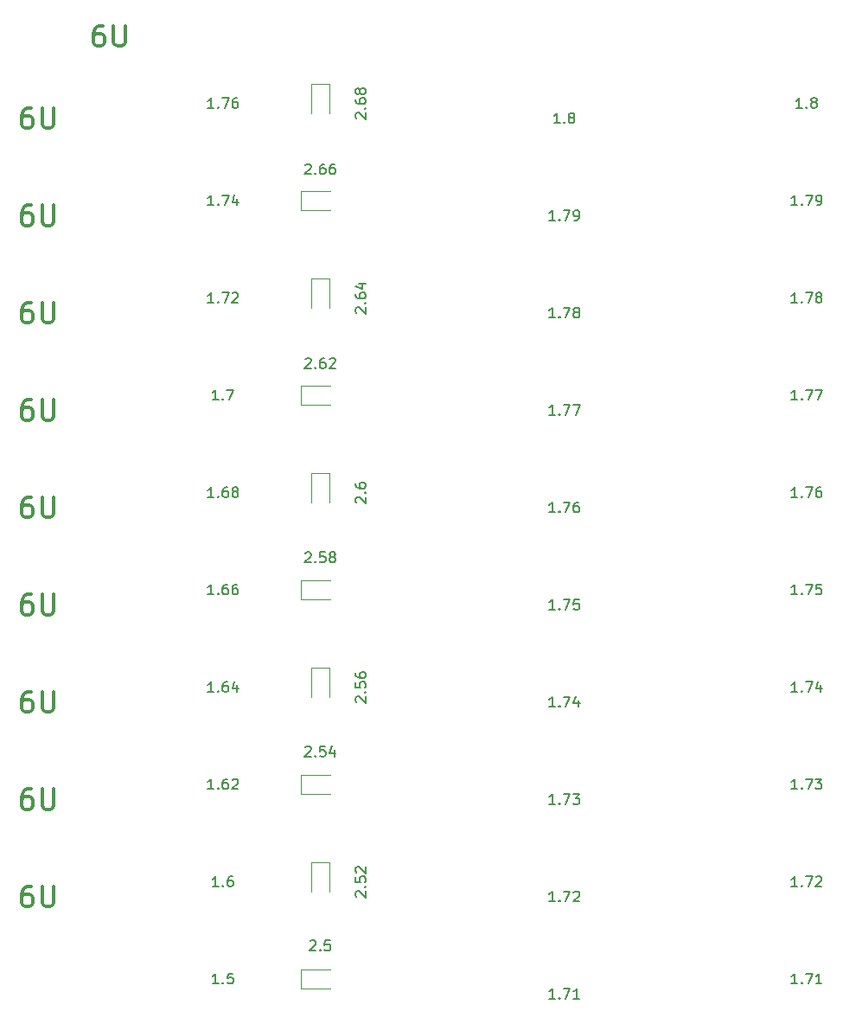
<source format=gbr>
G04 #@! TF.GenerationSoftware,KiCad,Pcbnew,(5.1.4)-1*
G04 #@! TF.CreationDate,2019-09-06T01:52:25-07:00*
G04 #@! TF.ProjectId,testing footprints,74657374-696e-4672-9066-6f6f74707269,rev?*
G04 #@! TF.SameCoordinates,Original*
G04 #@! TF.FileFunction,Legend,Top*
G04 #@! TF.FilePolarity,Positive*
%FSLAX46Y46*%
G04 Gerber Fmt 4.6, Leading zero omitted, Abs format (unit mm)*
G04 Created by KiCad (PCBNEW (5.1.4)-1) date 2019-09-06 01:52:25*
%MOMM*%
%LPD*%
G04 APERTURE LIST*
%ADD10C,0.150000*%
%ADD11C,0.120000*%
%ADD12C,0.300000*%
G04 APERTURE END LIST*
D10*
X70620238Y-59077380D02*
X70048809Y-59077380D01*
X70334523Y-59077380D02*
X70334523Y-58077380D01*
X70239285Y-58220238D01*
X70144047Y-58315476D01*
X70048809Y-58363095D01*
X71048809Y-58982142D02*
X71096428Y-59029761D01*
X71048809Y-59077380D01*
X71001190Y-59029761D01*
X71048809Y-58982142D01*
X71048809Y-59077380D01*
X71429761Y-58077380D02*
X72096428Y-58077380D01*
X71667857Y-59077380D01*
X72953571Y-58077380D02*
X72477380Y-58077380D01*
X72429761Y-58553571D01*
X72477380Y-58505952D01*
X72572619Y-58458333D01*
X72810714Y-58458333D01*
X72905952Y-58505952D01*
X72953571Y-58553571D01*
X73001190Y-58648809D01*
X73001190Y-58886904D01*
X72953571Y-58982142D01*
X72905952Y-59029761D01*
X72810714Y-59077380D01*
X72572619Y-59077380D01*
X72477380Y-59029761D01*
X72429761Y-58982142D01*
X70620238Y-40027380D02*
X70048809Y-40027380D01*
X70334523Y-40027380D02*
X70334523Y-39027380D01*
X70239285Y-39170238D01*
X70144047Y-39265476D01*
X70048809Y-39313095D01*
X71048809Y-39932142D02*
X71096428Y-39979761D01*
X71048809Y-40027380D01*
X71001190Y-39979761D01*
X71048809Y-39932142D01*
X71048809Y-40027380D01*
X71429761Y-39027380D02*
X72096428Y-39027380D01*
X71667857Y-40027380D01*
X72382142Y-39027380D02*
X73048809Y-39027380D01*
X72620238Y-40027380D01*
X70620238Y-20977380D02*
X70048809Y-20977380D01*
X70334523Y-20977380D02*
X70334523Y-19977380D01*
X70239285Y-20120238D01*
X70144047Y-20215476D01*
X70048809Y-20263095D01*
X71048809Y-20882142D02*
X71096428Y-20929761D01*
X71048809Y-20977380D01*
X71001190Y-20929761D01*
X71048809Y-20882142D01*
X71048809Y-20977380D01*
X71429761Y-19977380D02*
X72096428Y-19977380D01*
X71667857Y-20977380D01*
X72525000Y-20977380D02*
X72715476Y-20977380D01*
X72810714Y-20929761D01*
X72858333Y-20882142D01*
X72953571Y-20739285D01*
X73001190Y-20548809D01*
X73001190Y-20167857D01*
X72953571Y-20072619D01*
X72905952Y-20025000D01*
X72810714Y-19977380D01*
X72620238Y-19977380D01*
X72525000Y-20025000D01*
X72477380Y-20072619D01*
X72429761Y-20167857D01*
X72429761Y-20405952D01*
X72477380Y-20501190D01*
X72525000Y-20548809D01*
X72620238Y-20596428D01*
X72810714Y-20596428D01*
X72905952Y-20548809D01*
X72953571Y-20501190D01*
X73001190Y-20405952D01*
X70620238Y-30502380D02*
X70048809Y-30502380D01*
X70334523Y-30502380D02*
X70334523Y-29502380D01*
X70239285Y-29645238D01*
X70144047Y-29740476D01*
X70048809Y-29788095D01*
X71048809Y-30407142D02*
X71096428Y-30454761D01*
X71048809Y-30502380D01*
X71001190Y-30454761D01*
X71048809Y-30407142D01*
X71048809Y-30502380D01*
X71429761Y-29502380D02*
X72096428Y-29502380D01*
X71667857Y-30502380D01*
X72620238Y-29930952D02*
X72525000Y-29883333D01*
X72477380Y-29835714D01*
X72429761Y-29740476D01*
X72429761Y-29692857D01*
X72477380Y-29597619D01*
X72525000Y-29550000D01*
X72620238Y-29502380D01*
X72810714Y-29502380D01*
X72905952Y-29550000D01*
X72953571Y-29597619D01*
X73001190Y-29692857D01*
X73001190Y-29740476D01*
X72953571Y-29835714D01*
X72905952Y-29883333D01*
X72810714Y-29930952D01*
X72620238Y-29930952D01*
X72525000Y-29978571D01*
X72477380Y-30026190D01*
X72429761Y-30121428D01*
X72429761Y-30311904D01*
X72477380Y-30407142D01*
X72525000Y-30454761D01*
X72620238Y-30502380D01*
X72810714Y-30502380D01*
X72905952Y-30454761D01*
X72953571Y-30407142D01*
X73001190Y-30311904D01*
X73001190Y-30121428D01*
X72953571Y-30026190D01*
X72905952Y-29978571D01*
X72810714Y-29930952D01*
X70620238Y-87652380D02*
X70048809Y-87652380D01*
X70334523Y-87652380D02*
X70334523Y-86652380D01*
X70239285Y-86795238D01*
X70144047Y-86890476D01*
X70048809Y-86938095D01*
X71048809Y-87557142D02*
X71096428Y-87604761D01*
X71048809Y-87652380D01*
X71001190Y-87604761D01*
X71048809Y-87557142D01*
X71048809Y-87652380D01*
X71429761Y-86652380D02*
X72096428Y-86652380D01*
X71667857Y-87652380D01*
X72429761Y-86747619D02*
X72477380Y-86700000D01*
X72572619Y-86652380D01*
X72810714Y-86652380D01*
X72905952Y-86700000D01*
X72953571Y-86747619D01*
X73001190Y-86842857D01*
X73001190Y-86938095D01*
X72953571Y-87080952D01*
X72382142Y-87652380D01*
X73001190Y-87652380D01*
X70620238Y-68602380D02*
X70048809Y-68602380D01*
X70334523Y-68602380D02*
X70334523Y-67602380D01*
X70239285Y-67745238D01*
X70144047Y-67840476D01*
X70048809Y-67888095D01*
X71048809Y-68507142D02*
X71096428Y-68554761D01*
X71048809Y-68602380D01*
X71001190Y-68554761D01*
X71048809Y-68507142D01*
X71048809Y-68602380D01*
X71429761Y-67602380D02*
X72096428Y-67602380D01*
X71667857Y-68602380D01*
X72905952Y-67935714D02*
X72905952Y-68602380D01*
X72667857Y-67554761D02*
X72429761Y-68269047D01*
X73048809Y-68269047D01*
X70620238Y-49552380D02*
X70048809Y-49552380D01*
X70334523Y-49552380D02*
X70334523Y-48552380D01*
X70239285Y-48695238D01*
X70144047Y-48790476D01*
X70048809Y-48838095D01*
X71048809Y-49457142D02*
X71096428Y-49504761D01*
X71048809Y-49552380D01*
X71001190Y-49504761D01*
X71048809Y-49457142D01*
X71048809Y-49552380D01*
X71429761Y-48552380D02*
X72096428Y-48552380D01*
X71667857Y-49552380D01*
X72905952Y-48552380D02*
X72715476Y-48552380D01*
X72620238Y-48600000D01*
X72572619Y-48647619D01*
X72477380Y-48790476D01*
X72429761Y-48980952D01*
X72429761Y-49361904D01*
X72477380Y-49457142D01*
X72525000Y-49504761D01*
X72620238Y-49552380D01*
X72810714Y-49552380D01*
X72905952Y-49504761D01*
X72953571Y-49457142D01*
X73001190Y-49361904D01*
X73001190Y-49123809D01*
X72953571Y-49028571D01*
X72905952Y-48980952D01*
X72810714Y-48933333D01*
X72620238Y-48933333D01*
X72525000Y-48980952D01*
X72477380Y-49028571D01*
X72429761Y-49123809D01*
X71096428Y-11452380D02*
X70525000Y-11452380D01*
X70810714Y-11452380D02*
X70810714Y-10452380D01*
X70715476Y-10595238D01*
X70620238Y-10690476D01*
X70525000Y-10738095D01*
X71525000Y-11357142D02*
X71572619Y-11404761D01*
X71525000Y-11452380D01*
X71477380Y-11404761D01*
X71525000Y-11357142D01*
X71525000Y-11452380D01*
X72144047Y-10880952D02*
X72048809Y-10833333D01*
X72001190Y-10785714D01*
X71953571Y-10690476D01*
X71953571Y-10642857D01*
X72001190Y-10547619D01*
X72048809Y-10500000D01*
X72144047Y-10452380D01*
X72334523Y-10452380D01*
X72429761Y-10500000D01*
X72477380Y-10547619D01*
X72525000Y-10642857D01*
X72525000Y-10690476D01*
X72477380Y-10785714D01*
X72429761Y-10833333D01*
X72334523Y-10880952D01*
X72144047Y-10880952D01*
X72048809Y-10928571D01*
X72001190Y-10976190D01*
X71953571Y-11071428D01*
X71953571Y-11261904D01*
X72001190Y-11357142D01*
X72048809Y-11404761D01*
X72144047Y-11452380D01*
X72334523Y-11452380D01*
X72429761Y-11404761D01*
X72477380Y-11357142D01*
X72525000Y-11261904D01*
X72525000Y-11071428D01*
X72477380Y-10976190D01*
X72429761Y-10928571D01*
X72334523Y-10880952D01*
X70620238Y-78127380D02*
X70048809Y-78127380D01*
X70334523Y-78127380D02*
X70334523Y-77127380D01*
X70239285Y-77270238D01*
X70144047Y-77365476D01*
X70048809Y-77413095D01*
X71048809Y-78032142D02*
X71096428Y-78079761D01*
X71048809Y-78127380D01*
X71001190Y-78079761D01*
X71048809Y-78032142D01*
X71048809Y-78127380D01*
X71429761Y-77127380D02*
X72096428Y-77127380D01*
X71667857Y-78127380D01*
X72382142Y-77127380D02*
X73001190Y-77127380D01*
X72667857Y-77508333D01*
X72810714Y-77508333D01*
X72905952Y-77555952D01*
X72953571Y-77603571D01*
X73001190Y-77698809D01*
X73001190Y-77936904D01*
X72953571Y-78032142D01*
X72905952Y-78079761D01*
X72810714Y-78127380D01*
X72525000Y-78127380D01*
X72429761Y-78079761D01*
X72382142Y-78032142D01*
X70620238Y-97177380D02*
X70048809Y-97177380D01*
X70334523Y-97177380D02*
X70334523Y-96177380D01*
X70239285Y-96320238D01*
X70144047Y-96415476D01*
X70048809Y-96463095D01*
X71048809Y-97082142D02*
X71096428Y-97129761D01*
X71048809Y-97177380D01*
X71001190Y-97129761D01*
X71048809Y-97082142D01*
X71048809Y-97177380D01*
X71429761Y-96177380D02*
X72096428Y-96177380D01*
X71667857Y-97177380D01*
X73001190Y-97177380D02*
X72429761Y-97177380D01*
X72715476Y-97177380D02*
X72715476Y-96177380D01*
X72620238Y-96320238D01*
X72525000Y-96415476D01*
X72429761Y-96463095D01*
X94345238Y-95702380D02*
X93773809Y-95702380D01*
X94059523Y-95702380D02*
X94059523Y-94702380D01*
X93964285Y-94845238D01*
X93869047Y-94940476D01*
X93773809Y-94988095D01*
X94773809Y-95607142D02*
X94821428Y-95654761D01*
X94773809Y-95702380D01*
X94726190Y-95654761D01*
X94773809Y-95607142D01*
X94773809Y-95702380D01*
X95154761Y-94702380D02*
X95821428Y-94702380D01*
X95392857Y-95702380D01*
X96726190Y-95702380D02*
X96154761Y-95702380D01*
X96440476Y-95702380D02*
X96440476Y-94702380D01*
X96345238Y-94845238D01*
X96250000Y-94940476D01*
X96154761Y-94988095D01*
X94345238Y-76652380D02*
X93773809Y-76652380D01*
X94059523Y-76652380D02*
X94059523Y-75652380D01*
X93964285Y-75795238D01*
X93869047Y-75890476D01*
X93773809Y-75938095D01*
X94773809Y-76557142D02*
X94821428Y-76604761D01*
X94773809Y-76652380D01*
X94726190Y-76604761D01*
X94773809Y-76557142D01*
X94773809Y-76652380D01*
X95154761Y-75652380D02*
X95821428Y-75652380D01*
X95392857Y-76652380D01*
X96107142Y-75652380D02*
X96726190Y-75652380D01*
X96392857Y-76033333D01*
X96535714Y-76033333D01*
X96630952Y-76080952D01*
X96678571Y-76128571D01*
X96726190Y-76223809D01*
X96726190Y-76461904D01*
X96678571Y-76557142D01*
X96630952Y-76604761D01*
X96535714Y-76652380D01*
X96250000Y-76652380D01*
X96154761Y-76604761D01*
X96107142Y-76557142D01*
X94345238Y-57602380D02*
X93773809Y-57602380D01*
X94059523Y-57602380D02*
X94059523Y-56602380D01*
X93964285Y-56745238D01*
X93869047Y-56840476D01*
X93773809Y-56888095D01*
X94773809Y-57507142D02*
X94821428Y-57554761D01*
X94773809Y-57602380D01*
X94726190Y-57554761D01*
X94773809Y-57507142D01*
X94773809Y-57602380D01*
X95154761Y-56602380D02*
X95821428Y-56602380D01*
X95392857Y-57602380D01*
X96678571Y-56602380D02*
X96202380Y-56602380D01*
X96154761Y-57078571D01*
X96202380Y-57030952D01*
X96297619Y-56983333D01*
X96535714Y-56983333D01*
X96630952Y-57030952D01*
X96678571Y-57078571D01*
X96726190Y-57173809D01*
X96726190Y-57411904D01*
X96678571Y-57507142D01*
X96630952Y-57554761D01*
X96535714Y-57602380D01*
X96297619Y-57602380D01*
X96202380Y-57554761D01*
X96154761Y-57507142D01*
X94345238Y-38552380D02*
X93773809Y-38552380D01*
X94059523Y-38552380D02*
X94059523Y-37552380D01*
X93964285Y-37695238D01*
X93869047Y-37790476D01*
X93773809Y-37838095D01*
X94773809Y-38457142D02*
X94821428Y-38504761D01*
X94773809Y-38552380D01*
X94726190Y-38504761D01*
X94773809Y-38457142D01*
X94773809Y-38552380D01*
X95154761Y-37552380D02*
X95821428Y-37552380D01*
X95392857Y-38552380D01*
X96107142Y-37552380D02*
X96773809Y-37552380D01*
X96345238Y-38552380D01*
X94345238Y-19502380D02*
X93773809Y-19502380D01*
X94059523Y-19502380D02*
X94059523Y-18502380D01*
X93964285Y-18645238D01*
X93869047Y-18740476D01*
X93773809Y-18788095D01*
X94773809Y-19407142D02*
X94821428Y-19454761D01*
X94773809Y-19502380D01*
X94726190Y-19454761D01*
X94773809Y-19407142D01*
X94773809Y-19502380D01*
X95154761Y-18502380D02*
X95821428Y-18502380D01*
X95392857Y-19502380D01*
X96250000Y-19502380D02*
X96440476Y-19502380D01*
X96535714Y-19454761D01*
X96583333Y-19407142D01*
X96678571Y-19264285D01*
X96726190Y-19073809D01*
X96726190Y-18692857D01*
X96678571Y-18597619D01*
X96630952Y-18550000D01*
X96535714Y-18502380D01*
X96345238Y-18502380D01*
X96250000Y-18550000D01*
X96202380Y-18597619D01*
X96154761Y-18692857D01*
X96154761Y-18930952D01*
X96202380Y-19026190D01*
X96250000Y-19073809D01*
X96345238Y-19121428D01*
X96535714Y-19121428D01*
X96630952Y-19073809D01*
X96678571Y-19026190D01*
X96726190Y-18930952D01*
X37671428Y-95702380D02*
X37100000Y-95702380D01*
X37385714Y-95702380D02*
X37385714Y-94702380D01*
X37290476Y-94845238D01*
X37195238Y-94940476D01*
X37100000Y-94988095D01*
X38100000Y-95607142D02*
X38147619Y-95654761D01*
X38100000Y-95702380D01*
X38052380Y-95654761D01*
X38100000Y-95607142D01*
X38100000Y-95702380D01*
X39052380Y-94702380D02*
X38576190Y-94702380D01*
X38528571Y-95178571D01*
X38576190Y-95130952D01*
X38671428Y-95083333D01*
X38909523Y-95083333D01*
X39004761Y-95130952D01*
X39052380Y-95178571D01*
X39100000Y-95273809D01*
X39100000Y-95511904D01*
X39052380Y-95607142D01*
X39004761Y-95654761D01*
X38909523Y-95702380D01*
X38671428Y-95702380D01*
X38576190Y-95654761D01*
X38528571Y-95607142D01*
X37195238Y-76652380D02*
X36623809Y-76652380D01*
X36909523Y-76652380D02*
X36909523Y-75652380D01*
X36814285Y-75795238D01*
X36719047Y-75890476D01*
X36623809Y-75938095D01*
X37623809Y-76557142D02*
X37671428Y-76604761D01*
X37623809Y-76652380D01*
X37576190Y-76604761D01*
X37623809Y-76557142D01*
X37623809Y-76652380D01*
X38528571Y-75652380D02*
X38338095Y-75652380D01*
X38242857Y-75700000D01*
X38195238Y-75747619D01*
X38100000Y-75890476D01*
X38052380Y-76080952D01*
X38052380Y-76461904D01*
X38100000Y-76557142D01*
X38147619Y-76604761D01*
X38242857Y-76652380D01*
X38433333Y-76652380D01*
X38528571Y-76604761D01*
X38576190Y-76557142D01*
X38623809Y-76461904D01*
X38623809Y-76223809D01*
X38576190Y-76128571D01*
X38528571Y-76080952D01*
X38433333Y-76033333D01*
X38242857Y-76033333D01*
X38147619Y-76080952D01*
X38100000Y-76128571D01*
X38052380Y-76223809D01*
X39004761Y-75747619D02*
X39052380Y-75700000D01*
X39147619Y-75652380D01*
X39385714Y-75652380D01*
X39480952Y-75700000D01*
X39528571Y-75747619D01*
X39576190Y-75842857D01*
X39576190Y-75938095D01*
X39528571Y-76080952D01*
X38957142Y-76652380D01*
X39576190Y-76652380D01*
X37195238Y-57602380D02*
X36623809Y-57602380D01*
X36909523Y-57602380D02*
X36909523Y-56602380D01*
X36814285Y-56745238D01*
X36719047Y-56840476D01*
X36623809Y-56888095D01*
X37623809Y-57507142D02*
X37671428Y-57554761D01*
X37623809Y-57602380D01*
X37576190Y-57554761D01*
X37623809Y-57507142D01*
X37623809Y-57602380D01*
X38528571Y-56602380D02*
X38338095Y-56602380D01*
X38242857Y-56650000D01*
X38195238Y-56697619D01*
X38100000Y-56840476D01*
X38052380Y-57030952D01*
X38052380Y-57411904D01*
X38100000Y-57507142D01*
X38147619Y-57554761D01*
X38242857Y-57602380D01*
X38433333Y-57602380D01*
X38528571Y-57554761D01*
X38576190Y-57507142D01*
X38623809Y-57411904D01*
X38623809Y-57173809D01*
X38576190Y-57078571D01*
X38528571Y-57030952D01*
X38433333Y-56983333D01*
X38242857Y-56983333D01*
X38147619Y-57030952D01*
X38100000Y-57078571D01*
X38052380Y-57173809D01*
X39480952Y-56602380D02*
X39290476Y-56602380D01*
X39195238Y-56650000D01*
X39147619Y-56697619D01*
X39052380Y-56840476D01*
X39004761Y-57030952D01*
X39004761Y-57411904D01*
X39052380Y-57507142D01*
X39100000Y-57554761D01*
X39195238Y-57602380D01*
X39385714Y-57602380D01*
X39480952Y-57554761D01*
X39528571Y-57507142D01*
X39576190Y-57411904D01*
X39576190Y-57173809D01*
X39528571Y-57078571D01*
X39480952Y-57030952D01*
X39385714Y-56983333D01*
X39195238Y-56983333D01*
X39100000Y-57030952D01*
X39052380Y-57078571D01*
X39004761Y-57173809D01*
X37671428Y-38552380D02*
X37100000Y-38552380D01*
X37385714Y-38552380D02*
X37385714Y-37552380D01*
X37290476Y-37695238D01*
X37195238Y-37790476D01*
X37100000Y-37838095D01*
X38100000Y-38457142D02*
X38147619Y-38504761D01*
X38100000Y-38552380D01*
X38052380Y-38504761D01*
X38100000Y-38457142D01*
X38100000Y-38552380D01*
X38480952Y-37552380D02*
X39147619Y-37552380D01*
X38719047Y-38552380D01*
X37195238Y-19502380D02*
X36623809Y-19502380D01*
X36909523Y-19502380D02*
X36909523Y-18502380D01*
X36814285Y-18645238D01*
X36719047Y-18740476D01*
X36623809Y-18788095D01*
X37623809Y-19407142D02*
X37671428Y-19454761D01*
X37623809Y-19502380D01*
X37576190Y-19454761D01*
X37623809Y-19407142D01*
X37623809Y-19502380D01*
X38004761Y-18502380D02*
X38671428Y-18502380D01*
X38242857Y-19502380D01*
X39480952Y-18835714D02*
X39480952Y-19502380D01*
X39242857Y-18454761D02*
X39004761Y-19169047D01*
X39623809Y-19169047D01*
X94345238Y-86177380D02*
X93773809Y-86177380D01*
X94059523Y-86177380D02*
X94059523Y-85177380D01*
X93964285Y-85320238D01*
X93869047Y-85415476D01*
X93773809Y-85463095D01*
X94773809Y-86082142D02*
X94821428Y-86129761D01*
X94773809Y-86177380D01*
X94726190Y-86129761D01*
X94773809Y-86082142D01*
X94773809Y-86177380D01*
X95154761Y-85177380D02*
X95821428Y-85177380D01*
X95392857Y-86177380D01*
X96154761Y-85272619D02*
X96202380Y-85225000D01*
X96297619Y-85177380D01*
X96535714Y-85177380D01*
X96630952Y-85225000D01*
X96678571Y-85272619D01*
X96726190Y-85367857D01*
X96726190Y-85463095D01*
X96678571Y-85605952D01*
X96107142Y-86177380D01*
X96726190Y-86177380D01*
X94345238Y-67127380D02*
X93773809Y-67127380D01*
X94059523Y-67127380D02*
X94059523Y-66127380D01*
X93964285Y-66270238D01*
X93869047Y-66365476D01*
X93773809Y-66413095D01*
X94773809Y-67032142D02*
X94821428Y-67079761D01*
X94773809Y-67127380D01*
X94726190Y-67079761D01*
X94773809Y-67032142D01*
X94773809Y-67127380D01*
X95154761Y-66127380D02*
X95821428Y-66127380D01*
X95392857Y-67127380D01*
X96630952Y-66460714D02*
X96630952Y-67127380D01*
X96392857Y-66079761D02*
X96154761Y-66794047D01*
X96773809Y-66794047D01*
X94345238Y-48077380D02*
X93773809Y-48077380D01*
X94059523Y-48077380D02*
X94059523Y-47077380D01*
X93964285Y-47220238D01*
X93869047Y-47315476D01*
X93773809Y-47363095D01*
X94773809Y-47982142D02*
X94821428Y-48029761D01*
X94773809Y-48077380D01*
X94726190Y-48029761D01*
X94773809Y-47982142D01*
X94773809Y-48077380D01*
X95154761Y-47077380D02*
X95821428Y-47077380D01*
X95392857Y-48077380D01*
X96630952Y-47077380D02*
X96440476Y-47077380D01*
X96345238Y-47125000D01*
X96297619Y-47172619D01*
X96202380Y-47315476D01*
X96154761Y-47505952D01*
X96154761Y-47886904D01*
X96202380Y-47982142D01*
X96250000Y-48029761D01*
X96345238Y-48077380D01*
X96535714Y-48077380D01*
X96630952Y-48029761D01*
X96678571Y-47982142D01*
X96726190Y-47886904D01*
X96726190Y-47648809D01*
X96678571Y-47553571D01*
X96630952Y-47505952D01*
X96535714Y-47458333D01*
X96345238Y-47458333D01*
X96250000Y-47505952D01*
X96202380Y-47553571D01*
X96154761Y-47648809D01*
X94345238Y-29027380D02*
X93773809Y-29027380D01*
X94059523Y-29027380D02*
X94059523Y-28027380D01*
X93964285Y-28170238D01*
X93869047Y-28265476D01*
X93773809Y-28313095D01*
X94773809Y-28932142D02*
X94821428Y-28979761D01*
X94773809Y-29027380D01*
X94726190Y-28979761D01*
X94773809Y-28932142D01*
X94773809Y-29027380D01*
X95154761Y-28027380D02*
X95821428Y-28027380D01*
X95392857Y-29027380D01*
X96345238Y-28455952D02*
X96250000Y-28408333D01*
X96202380Y-28360714D01*
X96154761Y-28265476D01*
X96154761Y-28217857D01*
X96202380Y-28122619D01*
X96250000Y-28075000D01*
X96345238Y-28027380D01*
X96535714Y-28027380D01*
X96630952Y-28075000D01*
X96678571Y-28122619D01*
X96726190Y-28217857D01*
X96726190Y-28265476D01*
X96678571Y-28360714D01*
X96630952Y-28408333D01*
X96535714Y-28455952D01*
X96345238Y-28455952D01*
X96250000Y-28503571D01*
X96202380Y-28551190D01*
X96154761Y-28646428D01*
X96154761Y-28836904D01*
X96202380Y-28932142D01*
X96250000Y-28979761D01*
X96345238Y-29027380D01*
X96535714Y-29027380D01*
X96630952Y-28979761D01*
X96678571Y-28932142D01*
X96726190Y-28836904D01*
X96726190Y-28646428D01*
X96678571Y-28551190D01*
X96630952Y-28503571D01*
X96535714Y-28455952D01*
X94821428Y-9977380D02*
X94250000Y-9977380D01*
X94535714Y-9977380D02*
X94535714Y-8977380D01*
X94440476Y-9120238D01*
X94345238Y-9215476D01*
X94250000Y-9263095D01*
X95250000Y-9882142D02*
X95297619Y-9929761D01*
X95250000Y-9977380D01*
X95202380Y-9929761D01*
X95250000Y-9882142D01*
X95250000Y-9977380D01*
X95869047Y-9405952D02*
X95773809Y-9358333D01*
X95726190Y-9310714D01*
X95678571Y-9215476D01*
X95678571Y-9167857D01*
X95726190Y-9072619D01*
X95773809Y-9025000D01*
X95869047Y-8977380D01*
X96059523Y-8977380D01*
X96154761Y-9025000D01*
X96202380Y-9072619D01*
X96250000Y-9167857D01*
X96250000Y-9215476D01*
X96202380Y-9310714D01*
X96154761Y-9358333D01*
X96059523Y-9405952D01*
X95869047Y-9405952D01*
X95773809Y-9453571D01*
X95726190Y-9501190D01*
X95678571Y-9596428D01*
X95678571Y-9786904D01*
X95726190Y-9882142D01*
X95773809Y-9929761D01*
X95869047Y-9977380D01*
X96059523Y-9977380D01*
X96154761Y-9929761D01*
X96202380Y-9882142D01*
X96250000Y-9786904D01*
X96250000Y-9596428D01*
X96202380Y-9501190D01*
X96154761Y-9453571D01*
X96059523Y-9405952D01*
X37671428Y-86177380D02*
X37100000Y-86177380D01*
X37385714Y-86177380D02*
X37385714Y-85177380D01*
X37290476Y-85320238D01*
X37195238Y-85415476D01*
X37100000Y-85463095D01*
X38100000Y-86082142D02*
X38147619Y-86129761D01*
X38100000Y-86177380D01*
X38052380Y-86129761D01*
X38100000Y-86082142D01*
X38100000Y-86177380D01*
X39004761Y-85177380D02*
X38814285Y-85177380D01*
X38719047Y-85225000D01*
X38671428Y-85272619D01*
X38576190Y-85415476D01*
X38528571Y-85605952D01*
X38528571Y-85986904D01*
X38576190Y-86082142D01*
X38623809Y-86129761D01*
X38719047Y-86177380D01*
X38909523Y-86177380D01*
X39004761Y-86129761D01*
X39052380Y-86082142D01*
X39100000Y-85986904D01*
X39100000Y-85748809D01*
X39052380Y-85653571D01*
X39004761Y-85605952D01*
X38909523Y-85558333D01*
X38719047Y-85558333D01*
X38623809Y-85605952D01*
X38576190Y-85653571D01*
X38528571Y-85748809D01*
X37195238Y-67127380D02*
X36623809Y-67127380D01*
X36909523Y-67127380D02*
X36909523Y-66127380D01*
X36814285Y-66270238D01*
X36719047Y-66365476D01*
X36623809Y-66413095D01*
X37623809Y-67032142D02*
X37671428Y-67079761D01*
X37623809Y-67127380D01*
X37576190Y-67079761D01*
X37623809Y-67032142D01*
X37623809Y-67127380D01*
X38528571Y-66127380D02*
X38338095Y-66127380D01*
X38242857Y-66175000D01*
X38195238Y-66222619D01*
X38100000Y-66365476D01*
X38052380Y-66555952D01*
X38052380Y-66936904D01*
X38100000Y-67032142D01*
X38147619Y-67079761D01*
X38242857Y-67127380D01*
X38433333Y-67127380D01*
X38528571Y-67079761D01*
X38576190Y-67032142D01*
X38623809Y-66936904D01*
X38623809Y-66698809D01*
X38576190Y-66603571D01*
X38528571Y-66555952D01*
X38433333Y-66508333D01*
X38242857Y-66508333D01*
X38147619Y-66555952D01*
X38100000Y-66603571D01*
X38052380Y-66698809D01*
X39480952Y-66460714D02*
X39480952Y-67127380D01*
X39242857Y-66079761D02*
X39004761Y-66794047D01*
X39623809Y-66794047D01*
X37195238Y-48077380D02*
X36623809Y-48077380D01*
X36909523Y-48077380D02*
X36909523Y-47077380D01*
X36814285Y-47220238D01*
X36719047Y-47315476D01*
X36623809Y-47363095D01*
X37623809Y-47982142D02*
X37671428Y-48029761D01*
X37623809Y-48077380D01*
X37576190Y-48029761D01*
X37623809Y-47982142D01*
X37623809Y-48077380D01*
X38528571Y-47077380D02*
X38338095Y-47077380D01*
X38242857Y-47125000D01*
X38195238Y-47172619D01*
X38100000Y-47315476D01*
X38052380Y-47505952D01*
X38052380Y-47886904D01*
X38100000Y-47982142D01*
X38147619Y-48029761D01*
X38242857Y-48077380D01*
X38433333Y-48077380D01*
X38528571Y-48029761D01*
X38576190Y-47982142D01*
X38623809Y-47886904D01*
X38623809Y-47648809D01*
X38576190Y-47553571D01*
X38528571Y-47505952D01*
X38433333Y-47458333D01*
X38242857Y-47458333D01*
X38147619Y-47505952D01*
X38100000Y-47553571D01*
X38052380Y-47648809D01*
X39195238Y-47505952D02*
X39100000Y-47458333D01*
X39052380Y-47410714D01*
X39004761Y-47315476D01*
X39004761Y-47267857D01*
X39052380Y-47172619D01*
X39100000Y-47125000D01*
X39195238Y-47077380D01*
X39385714Y-47077380D01*
X39480952Y-47125000D01*
X39528571Y-47172619D01*
X39576190Y-47267857D01*
X39576190Y-47315476D01*
X39528571Y-47410714D01*
X39480952Y-47458333D01*
X39385714Y-47505952D01*
X39195238Y-47505952D01*
X39100000Y-47553571D01*
X39052380Y-47601190D01*
X39004761Y-47696428D01*
X39004761Y-47886904D01*
X39052380Y-47982142D01*
X39100000Y-48029761D01*
X39195238Y-48077380D01*
X39385714Y-48077380D01*
X39480952Y-48029761D01*
X39528571Y-47982142D01*
X39576190Y-47886904D01*
X39576190Y-47696428D01*
X39528571Y-47601190D01*
X39480952Y-47553571D01*
X39385714Y-47505952D01*
X37195238Y-29027380D02*
X36623809Y-29027380D01*
X36909523Y-29027380D02*
X36909523Y-28027380D01*
X36814285Y-28170238D01*
X36719047Y-28265476D01*
X36623809Y-28313095D01*
X37623809Y-28932142D02*
X37671428Y-28979761D01*
X37623809Y-29027380D01*
X37576190Y-28979761D01*
X37623809Y-28932142D01*
X37623809Y-29027380D01*
X38004761Y-28027380D02*
X38671428Y-28027380D01*
X38242857Y-29027380D01*
X39004761Y-28122619D02*
X39052380Y-28075000D01*
X39147619Y-28027380D01*
X39385714Y-28027380D01*
X39480952Y-28075000D01*
X39528571Y-28122619D01*
X39576190Y-28217857D01*
X39576190Y-28313095D01*
X39528571Y-28455952D01*
X38957142Y-29027380D01*
X39576190Y-29027380D01*
X37195238Y-9977380D02*
X36623809Y-9977380D01*
X36909523Y-9977380D02*
X36909523Y-8977380D01*
X36814285Y-9120238D01*
X36719047Y-9215476D01*
X36623809Y-9263095D01*
X37623809Y-9882142D02*
X37671428Y-9929761D01*
X37623809Y-9977380D01*
X37576190Y-9929761D01*
X37623809Y-9882142D01*
X37623809Y-9977380D01*
X38004761Y-8977380D02*
X38671428Y-8977380D01*
X38242857Y-9977380D01*
X39480952Y-8977380D02*
X39290476Y-8977380D01*
X39195238Y-9025000D01*
X39147619Y-9072619D01*
X39052380Y-9215476D01*
X39004761Y-9405952D01*
X39004761Y-9786904D01*
X39052380Y-9882142D01*
X39100000Y-9929761D01*
X39195238Y-9977380D01*
X39385714Y-9977380D01*
X39480952Y-9929761D01*
X39528571Y-9882142D01*
X39576190Y-9786904D01*
X39576190Y-9548809D01*
X39528571Y-9453571D01*
X39480952Y-9405952D01*
X39385714Y-9358333D01*
X39195238Y-9358333D01*
X39100000Y-9405952D01*
X39052380Y-9453571D01*
X39004761Y-9548809D01*
D11*
X48625000Y-94340000D02*
X45740000Y-94340000D01*
X45740000Y-94340000D02*
X45740000Y-96160000D01*
X45740000Y-96160000D02*
X48625000Y-96160000D01*
X46715000Y-64790000D02*
X46715000Y-67675000D01*
X48535000Y-64790000D02*
X46715000Y-64790000D01*
X48535000Y-67675000D02*
X48535000Y-64790000D01*
X48625000Y-56240000D02*
X45740000Y-56240000D01*
X45740000Y-56240000D02*
X45740000Y-58060000D01*
X45740000Y-58060000D02*
X48625000Y-58060000D01*
X45740000Y-39010000D02*
X48625000Y-39010000D01*
X45740000Y-37190000D02*
X45740000Y-39010000D01*
X48625000Y-37190000D02*
X45740000Y-37190000D01*
X48625000Y-18140000D02*
X45740000Y-18140000D01*
X45740000Y-18140000D02*
X45740000Y-19960000D01*
X45740000Y-19960000D02*
X48625000Y-19960000D01*
X46715000Y-83840000D02*
X46715000Y-86725000D01*
X48535000Y-83840000D02*
X46715000Y-83840000D01*
X48535000Y-86725000D02*
X48535000Y-83840000D01*
X48625000Y-75290000D02*
X45740000Y-75290000D01*
X45740000Y-75290000D02*
X45740000Y-77110000D01*
X45740000Y-77110000D02*
X48625000Y-77110000D01*
X46715000Y-45740000D02*
X46715000Y-48625000D01*
X48535000Y-45740000D02*
X46715000Y-45740000D01*
X48535000Y-48625000D02*
X48535000Y-45740000D01*
X48535000Y-29575000D02*
X48535000Y-26690000D01*
X48535000Y-26690000D02*
X46715000Y-26690000D01*
X46715000Y-26690000D02*
X46715000Y-29575000D01*
X46715000Y-7640000D02*
X46715000Y-10525000D01*
X48535000Y-7640000D02*
X46715000Y-7640000D01*
X48535000Y-10525000D02*
X48535000Y-7640000D01*
D12*
X26333333Y-1904761D02*
X25952380Y-1904761D01*
X25761904Y-2000000D01*
X25666666Y-2095238D01*
X25476190Y-2380952D01*
X25380952Y-2761904D01*
X25380952Y-3523809D01*
X25476190Y-3714285D01*
X25571428Y-3809523D01*
X25761904Y-3904761D01*
X26142857Y-3904761D01*
X26333333Y-3809523D01*
X26428571Y-3714285D01*
X26523809Y-3523809D01*
X26523809Y-3047619D01*
X26428571Y-2857142D01*
X26333333Y-2761904D01*
X26142857Y-2666666D01*
X25761904Y-2666666D01*
X25571428Y-2761904D01*
X25476190Y-2857142D01*
X25380952Y-3047619D01*
X27380952Y-1904761D02*
X27380952Y-3523809D01*
X27476190Y-3714285D01*
X27571428Y-3809523D01*
X27761904Y-3904761D01*
X28142857Y-3904761D01*
X28333333Y-3809523D01*
X28428571Y-3714285D01*
X28523809Y-3523809D01*
X28523809Y-1904761D01*
X19333333Y-86154761D02*
X18952380Y-86154761D01*
X18761904Y-86250000D01*
X18666666Y-86345238D01*
X18476190Y-86630952D01*
X18380952Y-87011904D01*
X18380952Y-87773809D01*
X18476190Y-87964285D01*
X18571428Y-88059523D01*
X18761904Y-88154761D01*
X19142857Y-88154761D01*
X19333333Y-88059523D01*
X19428571Y-87964285D01*
X19523809Y-87773809D01*
X19523809Y-87297619D01*
X19428571Y-87107142D01*
X19333333Y-87011904D01*
X19142857Y-86916666D01*
X18761904Y-86916666D01*
X18571428Y-87011904D01*
X18476190Y-87107142D01*
X18380952Y-87297619D01*
X20380952Y-86154761D02*
X20380952Y-87773809D01*
X20476190Y-87964285D01*
X20571428Y-88059523D01*
X20761904Y-88154761D01*
X21142857Y-88154761D01*
X21333333Y-88059523D01*
X21428571Y-87964285D01*
X21523809Y-87773809D01*
X21523809Y-86154761D01*
X19333333Y-76629761D02*
X18952380Y-76629761D01*
X18761904Y-76725000D01*
X18666666Y-76820238D01*
X18476190Y-77105952D01*
X18380952Y-77486904D01*
X18380952Y-78248809D01*
X18476190Y-78439285D01*
X18571428Y-78534523D01*
X18761904Y-78629761D01*
X19142857Y-78629761D01*
X19333333Y-78534523D01*
X19428571Y-78439285D01*
X19523809Y-78248809D01*
X19523809Y-77772619D01*
X19428571Y-77582142D01*
X19333333Y-77486904D01*
X19142857Y-77391666D01*
X18761904Y-77391666D01*
X18571428Y-77486904D01*
X18476190Y-77582142D01*
X18380952Y-77772619D01*
X20380952Y-76629761D02*
X20380952Y-78248809D01*
X20476190Y-78439285D01*
X20571428Y-78534523D01*
X20761904Y-78629761D01*
X21142857Y-78629761D01*
X21333333Y-78534523D01*
X21428571Y-78439285D01*
X21523809Y-78248809D01*
X21523809Y-76629761D01*
X19333333Y-67104761D02*
X18952380Y-67104761D01*
X18761904Y-67200000D01*
X18666666Y-67295238D01*
X18476190Y-67580952D01*
X18380952Y-67961904D01*
X18380952Y-68723809D01*
X18476190Y-68914285D01*
X18571428Y-69009523D01*
X18761904Y-69104761D01*
X19142857Y-69104761D01*
X19333333Y-69009523D01*
X19428571Y-68914285D01*
X19523809Y-68723809D01*
X19523809Y-68247619D01*
X19428571Y-68057142D01*
X19333333Y-67961904D01*
X19142857Y-67866666D01*
X18761904Y-67866666D01*
X18571428Y-67961904D01*
X18476190Y-68057142D01*
X18380952Y-68247619D01*
X20380952Y-67104761D02*
X20380952Y-68723809D01*
X20476190Y-68914285D01*
X20571428Y-69009523D01*
X20761904Y-69104761D01*
X21142857Y-69104761D01*
X21333333Y-69009523D01*
X21428571Y-68914285D01*
X21523809Y-68723809D01*
X21523809Y-67104761D01*
X19333333Y-57579761D02*
X18952380Y-57579761D01*
X18761904Y-57675000D01*
X18666666Y-57770238D01*
X18476190Y-58055952D01*
X18380952Y-58436904D01*
X18380952Y-59198809D01*
X18476190Y-59389285D01*
X18571428Y-59484523D01*
X18761904Y-59579761D01*
X19142857Y-59579761D01*
X19333333Y-59484523D01*
X19428571Y-59389285D01*
X19523809Y-59198809D01*
X19523809Y-58722619D01*
X19428571Y-58532142D01*
X19333333Y-58436904D01*
X19142857Y-58341666D01*
X18761904Y-58341666D01*
X18571428Y-58436904D01*
X18476190Y-58532142D01*
X18380952Y-58722619D01*
X20380952Y-57579761D02*
X20380952Y-59198809D01*
X20476190Y-59389285D01*
X20571428Y-59484523D01*
X20761904Y-59579761D01*
X21142857Y-59579761D01*
X21333333Y-59484523D01*
X21428571Y-59389285D01*
X21523809Y-59198809D01*
X21523809Y-57579761D01*
X19333333Y-48054761D02*
X18952380Y-48054761D01*
X18761904Y-48150000D01*
X18666666Y-48245238D01*
X18476190Y-48530952D01*
X18380952Y-48911904D01*
X18380952Y-49673809D01*
X18476190Y-49864285D01*
X18571428Y-49959523D01*
X18761904Y-50054761D01*
X19142857Y-50054761D01*
X19333333Y-49959523D01*
X19428571Y-49864285D01*
X19523809Y-49673809D01*
X19523809Y-49197619D01*
X19428571Y-49007142D01*
X19333333Y-48911904D01*
X19142857Y-48816666D01*
X18761904Y-48816666D01*
X18571428Y-48911904D01*
X18476190Y-49007142D01*
X18380952Y-49197619D01*
X20380952Y-48054761D02*
X20380952Y-49673809D01*
X20476190Y-49864285D01*
X20571428Y-49959523D01*
X20761904Y-50054761D01*
X21142857Y-50054761D01*
X21333333Y-49959523D01*
X21428571Y-49864285D01*
X21523809Y-49673809D01*
X21523809Y-48054761D01*
X19333333Y-38529761D02*
X18952380Y-38529761D01*
X18761904Y-38625000D01*
X18666666Y-38720238D01*
X18476190Y-39005952D01*
X18380952Y-39386904D01*
X18380952Y-40148809D01*
X18476190Y-40339285D01*
X18571428Y-40434523D01*
X18761904Y-40529761D01*
X19142857Y-40529761D01*
X19333333Y-40434523D01*
X19428571Y-40339285D01*
X19523809Y-40148809D01*
X19523809Y-39672619D01*
X19428571Y-39482142D01*
X19333333Y-39386904D01*
X19142857Y-39291666D01*
X18761904Y-39291666D01*
X18571428Y-39386904D01*
X18476190Y-39482142D01*
X18380952Y-39672619D01*
X20380952Y-38529761D02*
X20380952Y-40148809D01*
X20476190Y-40339285D01*
X20571428Y-40434523D01*
X20761904Y-40529761D01*
X21142857Y-40529761D01*
X21333333Y-40434523D01*
X21428571Y-40339285D01*
X21523809Y-40148809D01*
X21523809Y-38529761D01*
X19333333Y-29004761D02*
X18952380Y-29004761D01*
X18761904Y-29100000D01*
X18666666Y-29195238D01*
X18476190Y-29480952D01*
X18380952Y-29861904D01*
X18380952Y-30623809D01*
X18476190Y-30814285D01*
X18571428Y-30909523D01*
X18761904Y-31004761D01*
X19142857Y-31004761D01*
X19333333Y-30909523D01*
X19428571Y-30814285D01*
X19523809Y-30623809D01*
X19523809Y-30147619D01*
X19428571Y-29957142D01*
X19333333Y-29861904D01*
X19142857Y-29766666D01*
X18761904Y-29766666D01*
X18571428Y-29861904D01*
X18476190Y-29957142D01*
X18380952Y-30147619D01*
X20380952Y-29004761D02*
X20380952Y-30623809D01*
X20476190Y-30814285D01*
X20571428Y-30909523D01*
X20761904Y-31004761D01*
X21142857Y-31004761D01*
X21333333Y-30909523D01*
X21428571Y-30814285D01*
X21523809Y-30623809D01*
X21523809Y-29004761D01*
X19333333Y-19479761D02*
X18952380Y-19479761D01*
X18761904Y-19575000D01*
X18666666Y-19670238D01*
X18476190Y-19955952D01*
X18380952Y-20336904D01*
X18380952Y-21098809D01*
X18476190Y-21289285D01*
X18571428Y-21384523D01*
X18761904Y-21479761D01*
X19142857Y-21479761D01*
X19333333Y-21384523D01*
X19428571Y-21289285D01*
X19523809Y-21098809D01*
X19523809Y-20622619D01*
X19428571Y-20432142D01*
X19333333Y-20336904D01*
X19142857Y-20241666D01*
X18761904Y-20241666D01*
X18571428Y-20336904D01*
X18476190Y-20432142D01*
X18380952Y-20622619D01*
X20380952Y-19479761D02*
X20380952Y-21098809D01*
X20476190Y-21289285D01*
X20571428Y-21384523D01*
X20761904Y-21479761D01*
X21142857Y-21479761D01*
X21333333Y-21384523D01*
X21428571Y-21289285D01*
X21523809Y-21098809D01*
X21523809Y-19479761D01*
X19333333Y-9954761D02*
X18952380Y-9954761D01*
X18761904Y-10050000D01*
X18666666Y-10145238D01*
X18476190Y-10430952D01*
X18380952Y-10811904D01*
X18380952Y-11573809D01*
X18476190Y-11764285D01*
X18571428Y-11859523D01*
X18761904Y-11954761D01*
X19142857Y-11954761D01*
X19333333Y-11859523D01*
X19428571Y-11764285D01*
X19523809Y-11573809D01*
X19523809Y-11097619D01*
X19428571Y-10907142D01*
X19333333Y-10811904D01*
X19142857Y-10716666D01*
X18761904Y-10716666D01*
X18571428Y-10811904D01*
X18476190Y-10907142D01*
X18380952Y-11097619D01*
X20380952Y-9954761D02*
X20380952Y-11573809D01*
X20476190Y-11764285D01*
X20571428Y-11859523D01*
X20761904Y-11954761D01*
X21142857Y-11954761D01*
X21333333Y-11859523D01*
X21428571Y-11764285D01*
X21523809Y-11573809D01*
X21523809Y-9954761D01*
D10*
X46625000Y-91547619D02*
X46672619Y-91500000D01*
X46767857Y-91452380D01*
X47005952Y-91452380D01*
X47101190Y-91500000D01*
X47148809Y-91547619D01*
X47196428Y-91642857D01*
X47196428Y-91738095D01*
X47148809Y-91880952D01*
X46577380Y-92452380D01*
X47196428Y-92452380D01*
X47625000Y-92357142D02*
X47672619Y-92404761D01*
X47625000Y-92452380D01*
X47577380Y-92404761D01*
X47625000Y-92357142D01*
X47625000Y-92452380D01*
X48577380Y-91452380D02*
X48101190Y-91452380D01*
X48053571Y-91928571D01*
X48101190Y-91880952D01*
X48196428Y-91833333D01*
X48434523Y-91833333D01*
X48529761Y-91880952D01*
X48577380Y-91928571D01*
X48625000Y-92023809D01*
X48625000Y-92261904D01*
X48577380Y-92357142D01*
X48529761Y-92404761D01*
X48434523Y-92452380D01*
X48196428Y-92452380D01*
X48101190Y-92404761D01*
X48053571Y-92357142D01*
X51172619Y-68151190D02*
X51125000Y-68103571D01*
X51077380Y-68008333D01*
X51077380Y-67770238D01*
X51125000Y-67675000D01*
X51172619Y-67627380D01*
X51267857Y-67579761D01*
X51363095Y-67579761D01*
X51505952Y-67627380D01*
X52077380Y-68198809D01*
X52077380Y-67579761D01*
X51982142Y-67151190D02*
X52029761Y-67103571D01*
X52077380Y-67151190D01*
X52029761Y-67198809D01*
X51982142Y-67151190D01*
X52077380Y-67151190D01*
X51077380Y-66198809D02*
X51077380Y-66675000D01*
X51553571Y-66722619D01*
X51505952Y-66675000D01*
X51458333Y-66579761D01*
X51458333Y-66341666D01*
X51505952Y-66246428D01*
X51553571Y-66198809D01*
X51648809Y-66151190D01*
X51886904Y-66151190D01*
X51982142Y-66198809D01*
X52029761Y-66246428D01*
X52077380Y-66341666D01*
X52077380Y-66579761D01*
X52029761Y-66675000D01*
X51982142Y-66722619D01*
X51077380Y-65294047D02*
X51077380Y-65484523D01*
X51125000Y-65579761D01*
X51172619Y-65627380D01*
X51315476Y-65722619D01*
X51505952Y-65770238D01*
X51886904Y-65770238D01*
X51982142Y-65722619D01*
X52029761Y-65675000D01*
X52077380Y-65579761D01*
X52077380Y-65389285D01*
X52029761Y-65294047D01*
X51982142Y-65246428D01*
X51886904Y-65198809D01*
X51648809Y-65198809D01*
X51553571Y-65246428D01*
X51505952Y-65294047D01*
X51458333Y-65389285D01*
X51458333Y-65579761D01*
X51505952Y-65675000D01*
X51553571Y-65722619D01*
X51648809Y-65770238D01*
X46148809Y-53547619D02*
X46196428Y-53500000D01*
X46291666Y-53452380D01*
X46529761Y-53452380D01*
X46625000Y-53500000D01*
X46672619Y-53547619D01*
X46720238Y-53642857D01*
X46720238Y-53738095D01*
X46672619Y-53880952D01*
X46101190Y-54452380D01*
X46720238Y-54452380D01*
X47148809Y-54357142D02*
X47196428Y-54404761D01*
X47148809Y-54452380D01*
X47101190Y-54404761D01*
X47148809Y-54357142D01*
X47148809Y-54452380D01*
X48101190Y-53452380D02*
X47625000Y-53452380D01*
X47577380Y-53928571D01*
X47625000Y-53880952D01*
X47720238Y-53833333D01*
X47958333Y-53833333D01*
X48053571Y-53880952D01*
X48101190Y-53928571D01*
X48148809Y-54023809D01*
X48148809Y-54261904D01*
X48101190Y-54357142D01*
X48053571Y-54404761D01*
X47958333Y-54452380D01*
X47720238Y-54452380D01*
X47625000Y-54404761D01*
X47577380Y-54357142D01*
X48720238Y-53880952D02*
X48625000Y-53833333D01*
X48577380Y-53785714D01*
X48529761Y-53690476D01*
X48529761Y-53642857D01*
X48577380Y-53547619D01*
X48625000Y-53500000D01*
X48720238Y-53452380D01*
X48910714Y-53452380D01*
X49005952Y-53500000D01*
X49053571Y-53547619D01*
X49101190Y-53642857D01*
X49101190Y-53690476D01*
X49053571Y-53785714D01*
X49005952Y-53833333D01*
X48910714Y-53880952D01*
X48720238Y-53880952D01*
X48625000Y-53928571D01*
X48577380Y-53976190D01*
X48529761Y-54071428D01*
X48529761Y-54261904D01*
X48577380Y-54357142D01*
X48625000Y-54404761D01*
X48720238Y-54452380D01*
X48910714Y-54452380D01*
X49005952Y-54404761D01*
X49053571Y-54357142D01*
X49101190Y-54261904D01*
X49101190Y-54071428D01*
X49053571Y-53976190D01*
X49005952Y-53928571D01*
X48910714Y-53880952D01*
X46148809Y-34547619D02*
X46196428Y-34500000D01*
X46291666Y-34452380D01*
X46529761Y-34452380D01*
X46625000Y-34500000D01*
X46672619Y-34547619D01*
X46720238Y-34642857D01*
X46720238Y-34738095D01*
X46672619Y-34880952D01*
X46101190Y-35452380D01*
X46720238Y-35452380D01*
X47148809Y-35357142D02*
X47196428Y-35404761D01*
X47148809Y-35452380D01*
X47101190Y-35404761D01*
X47148809Y-35357142D01*
X47148809Y-35452380D01*
X48053571Y-34452380D02*
X47863095Y-34452380D01*
X47767857Y-34500000D01*
X47720238Y-34547619D01*
X47625000Y-34690476D01*
X47577380Y-34880952D01*
X47577380Y-35261904D01*
X47625000Y-35357142D01*
X47672619Y-35404761D01*
X47767857Y-35452380D01*
X47958333Y-35452380D01*
X48053571Y-35404761D01*
X48101190Y-35357142D01*
X48148809Y-35261904D01*
X48148809Y-35023809D01*
X48101190Y-34928571D01*
X48053571Y-34880952D01*
X47958333Y-34833333D01*
X47767857Y-34833333D01*
X47672619Y-34880952D01*
X47625000Y-34928571D01*
X47577380Y-35023809D01*
X48529761Y-34547619D02*
X48577380Y-34500000D01*
X48672619Y-34452380D01*
X48910714Y-34452380D01*
X49005952Y-34500000D01*
X49053571Y-34547619D01*
X49101190Y-34642857D01*
X49101190Y-34738095D01*
X49053571Y-34880952D01*
X48482142Y-35452380D01*
X49101190Y-35452380D01*
X46148809Y-15547619D02*
X46196428Y-15500000D01*
X46291666Y-15452380D01*
X46529761Y-15452380D01*
X46625000Y-15500000D01*
X46672619Y-15547619D01*
X46720238Y-15642857D01*
X46720238Y-15738095D01*
X46672619Y-15880952D01*
X46101190Y-16452380D01*
X46720238Y-16452380D01*
X47148809Y-16357142D02*
X47196428Y-16404761D01*
X47148809Y-16452380D01*
X47101190Y-16404761D01*
X47148809Y-16357142D01*
X47148809Y-16452380D01*
X48053571Y-15452380D02*
X47863095Y-15452380D01*
X47767857Y-15500000D01*
X47720238Y-15547619D01*
X47625000Y-15690476D01*
X47577380Y-15880952D01*
X47577380Y-16261904D01*
X47625000Y-16357142D01*
X47672619Y-16404761D01*
X47767857Y-16452380D01*
X47958333Y-16452380D01*
X48053571Y-16404761D01*
X48101190Y-16357142D01*
X48148809Y-16261904D01*
X48148809Y-16023809D01*
X48101190Y-15928571D01*
X48053571Y-15880952D01*
X47958333Y-15833333D01*
X47767857Y-15833333D01*
X47672619Y-15880952D01*
X47625000Y-15928571D01*
X47577380Y-16023809D01*
X49005952Y-15452380D02*
X48815476Y-15452380D01*
X48720238Y-15500000D01*
X48672619Y-15547619D01*
X48577380Y-15690476D01*
X48529761Y-15880952D01*
X48529761Y-16261904D01*
X48577380Y-16357142D01*
X48625000Y-16404761D01*
X48720238Y-16452380D01*
X48910714Y-16452380D01*
X49005952Y-16404761D01*
X49053571Y-16357142D01*
X49101190Y-16261904D01*
X49101190Y-16023809D01*
X49053571Y-15928571D01*
X49005952Y-15880952D01*
X48910714Y-15833333D01*
X48720238Y-15833333D01*
X48625000Y-15880952D01*
X48577380Y-15928571D01*
X48529761Y-16023809D01*
X51172619Y-87201190D02*
X51125000Y-87153571D01*
X51077380Y-87058333D01*
X51077380Y-86820238D01*
X51125000Y-86725000D01*
X51172619Y-86677380D01*
X51267857Y-86629761D01*
X51363095Y-86629761D01*
X51505952Y-86677380D01*
X52077380Y-87248809D01*
X52077380Y-86629761D01*
X51982142Y-86201190D02*
X52029761Y-86153571D01*
X52077380Y-86201190D01*
X52029761Y-86248809D01*
X51982142Y-86201190D01*
X52077380Y-86201190D01*
X51077380Y-85248809D02*
X51077380Y-85725000D01*
X51553571Y-85772619D01*
X51505952Y-85725000D01*
X51458333Y-85629761D01*
X51458333Y-85391666D01*
X51505952Y-85296428D01*
X51553571Y-85248809D01*
X51648809Y-85201190D01*
X51886904Y-85201190D01*
X51982142Y-85248809D01*
X52029761Y-85296428D01*
X52077380Y-85391666D01*
X52077380Y-85629761D01*
X52029761Y-85725000D01*
X51982142Y-85772619D01*
X51172619Y-84820238D02*
X51125000Y-84772619D01*
X51077380Y-84677380D01*
X51077380Y-84439285D01*
X51125000Y-84344047D01*
X51172619Y-84296428D01*
X51267857Y-84248809D01*
X51363095Y-84248809D01*
X51505952Y-84296428D01*
X52077380Y-84867857D01*
X52077380Y-84248809D01*
X46148809Y-72547619D02*
X46196428Y-72500000D01*
X46291666Y-72452380D01*
X46529761Y-72452380D01*
X46625000Y-72500000D01*
X46672619Y-72547619D01*
X46720238Y-72642857D01*
X46720238Y-72738095D01*
X46672619Y-72880952D01*
X46101190Y-73452380D01*
X46720238Y-73452380D01*
X47148809Y-73357142D02*
X47196428Y-73404761D01*
X47148809Y-73452380D01*
X47101190Y-73404761D01*
X47148809Y-73357142D01*
X47148809Y-73452380D01*
X48101190Y-72452380D02*
X47625000Y-72452380D01*
X47577380Y-72928571D01*
X47625000Y-72880952D01*
X47720238Y-72833333D01*
X47958333Y-72833333D01*
X48053571Y-72880952D01*
X48101190Y-72928571D01*
X48148809Y-73023809D01*
X48148809Y-73261904D01*
X48101190Y-73357142D01*
X48053571Y-73404761D01*
X47958333Y-73452380D01*
X47720238Y-73452380D01*
X47625000Y-73404761D01*
X47577380Y-73357142D01*
X49005952Y-72785714D02*
X49005952Y-73452380D01*
X48767857Y-72404761D02*
X48529761Y-73119047D01*
X49148809Y-73119047D01*
X51172619Y-48625000D02*
X51125000Y-48577380D01*
X51077380Y-48482142D01*
X51077380Y-48244047D01*
X51125000Y-48148809D01*
X51172619Y-48101190D01*
X51267857Y-48053571D01*
X51363095Y-48053571D01*
X51505952Y-48101190D01*
X52077380Y-48672619D01*
X52077380Y-48053571D01*
X51982142Y-47625000D02*
X52029761Y-47577380D01*
X52077380Y-47625000D01*
X52029761Y-47672619D01*
X51982142Y-47625000D01*
X52077380Y-47625000D01*
X51077380Y-46720238D02*
X51077380Y-46910714D01*
X51125000Y-47005952D01*
X51172619Y-47053571D01*
X51315476Y-47148809D01*
X51505952Y-47196428D01*
X51886904Y-47196428D01*
X51982142Y-47148809D01*
X52029761Y-47101190D01*
X52077380Y-47005952D01*
X52077380Y-46815476D01*
X52029761Y-46720238D01*
X51982142Y-46672619D01*
X51886904Y-46625000D01*
X51648809Y-46625000D01*
X51553571Y-46672619D01*
X51505952Y-46720238D01*
X51458333Y-46815476D01*
X51458333Y-47005952D01*
X51505952Y-47101190D01*
X51553571Y-47148809D01*
X51648809Y-47196428D01*
X51172619Y-30051190D02*
X51125000Y-30003571D01*
X51077380Y-29908333D01*
X51077380Y-29670238D01*
X51125000Y-29575000D01*
X51172619Y-29527380D01*
X51267857Y-29479761D01*
X51363095Y-29479761D01*
X51505952Y-29527380D01*
X52077380Y-30098809D01*
X52077380Y-29479761D01*
X51982142Y-29051190D02*
X52029761Y-29003571D01*
X52077380Y-29051190D01*
X52029761Y-29098809D01*
X51982142Y-29051190D01*
X52077380Y-29051190D01*
X51077380Y-28146428D02*
X51077380Y-28336904D01*
X51125000Y-28432142D01*
X51172619Y-28479761D01*
X51315476Y-28575000D01*
X51505952Y-28622619D01*
X51886904Y-28622619D01*
X51982142Y-28575000D01*
X52029761Y-28527380D01*
X52077380Y-28432142D01*
X52077380Y-28241666D01*
X52029761Y-28146428D01*
X51982142Y-28098809D01*
X51886904Y-28051190D01*
X51648809Y-28051190D01*
X51553571Y-28098809D01*
X51505952Y-28146428D01*
X51458333Y-28241666D01*
X51458333Y-28432142D01*
X51505952Y-28527380D01*
X51553571Y-28575000D01*
X51648809Y-28622619D01*
X51410714Y-27194047D02*
X52077380Y-27194047D01*
X51029761Y-27432142D02*
X51744047Y-27670238D01*
X51744047Y-27051190D01*
X51172619Y-11001190D02*
X51125000Y-10953571D01*
X51077380Y-10858333D01*
X51077380Y-10620238D01*
X51125000Y-10525000D01*
X51172619Y-10477380D01*
X51267857Y-10429761D01*
X51363095Y-10429761D01*
X51505952Y-10477380D01*
X52077380Y-11048809D01*
X52077380Y-10429761D01*
X51982142Y-10001190D02*
X52029761Y-9953571D01*
X52077380Y-10001190D01*
X52029761Y-10048809D01*
X51982142Y-10001190D01*
X52077380Y-10001190D01*
X51077380Y-9096428D02*
X51077380Y-9286904D01*
X51125000Y-9382142D01*
X51172619Y-9429761D01*
X51315476Y-9525000D01*
X51505952Y-9572619D01*
X51886904Y-9572619D01*
X51982142Y-9525000D01*
X52029761Y-9477380D01*
X52077380Y-9382142D01*
X52077380Y-9191666D01*
X52029761Y-9096428D01*
X51982142Y-9048809D01*
X51886904Y-9001190D01*
X51648809Y-9001190D01*
X51553571Y-9048809D01*
X51505952Y-9096428D01*
X51458333Y-9191666D01*
X51458333Y-9382142D01*
X51505952Y-9477380D01*
X51553571Y-9525000D01*
X51648809Y-9572619D01*
X51505952Y-8429761D02*
X51458333Y-8525000D01*
X51410714Y-8572619D01*
X51315476Y-8620238D01*
X51267857Y-8620238D01*
X51172619Y-8572619D01*
X51125000Y-8525000D01*
X51077380Y-8429761D01*
X51077380Y-8239285D01*
X51125000Y-8144047D01*
X51172619Y-8096428D01*
X51267857Y-8048809D01*
X51315476Y-8048809D01*
X51410714Y-8096428D01*
X51458333Y-8144047D01*
X51505952Y-8239285D01*
X51505952Y-8429761D01*
X51553571Y-8525000D01*
X51601190Y-8572619D01*
X51696428Y-8620238D01*
X51886904Y-8620238D01*
X51982142Y-8572619D01*
X52029761Y-8525000D01*
X52077380Y-8429761D01*
X52077380Y-8239285D01*
X52029761Y-8144047D01*
X51982142Y-8096428D01*
X51886904Y-8048809D01*
X51696428Y-8048809D01*
X51601190Y-8096428D01*
X51553571Y-8144047D01*
X51505952Y-8239285D01*
M02*

</source>
